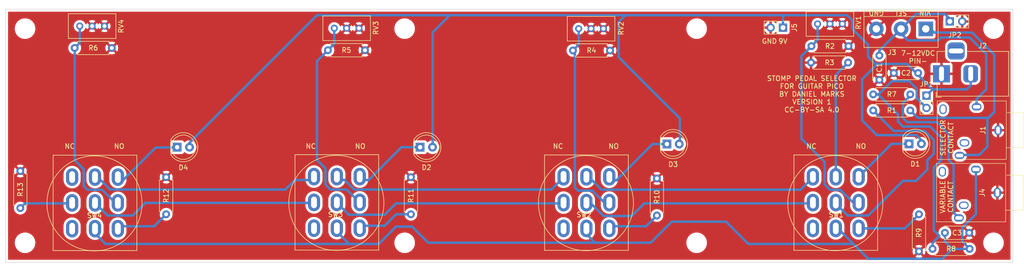
<source format=kicad_pcb>
(kicad_pcb (version 20211014) (generator pcbnew)
  (layers (0 "F.Cu" signal) (31 "B.Cu" signal) (34 "B.Paste" user) (35 "F.Paste" user) (36 "B.SilkS" user "B.Silkscreen") (37 "F.SilkS" user "F.Silkscreen") (38 "B.Mask" user) (39 "F.Mask" user) (44 "Edge.Cuts" user))
  (net 0 "")
  (net 1 "OUTVOLT")
  (net 2 "GND")
  (net 3 "Net-(D1-Pad1)")
  (net 4 "+9V")
  (net 5 "Net-(J1-PadS1)")
  (net 9 "INVOLT")
  (net 10 "Net-(R2-Pad2)")
  (net 11 "Net-(R3-Pad1)")
  (net 13 "Net-(D3-Pad1)")
  (net 14 "Net-(R4-Pad2)")
  (net 15 "Net-(SW1-Pad2A)")
  (net 17 "Net-(J4-PadS1)")
  (net 19 "Net-(SW4-Pad1P)")
  (net 20 "Net-(D2-Pad1)")
  (net 21 "Net-(R5-Pad2)")
  (net 24 "Net-(SW1-Pad1B)")
  (net 25 "Net-(SW2-Pad2A)")
  (net 26 "Net-(SW2-Pad3A)")
  (net 27 "Net-(D4-Pad1)")
  (net 28 "Net-(R6-Pad2)")
  (net 29 "Net-(SW3-Pad2A)")
  (net 31 "Net-(SW2-Pad1B)")
  (net 32 "Net-(SW3-Pad1B)")
  (net 33 "Net-(SW3-Pad3A)")
  (net 35 "Net-(SW1-Pad3A)")
  (net 36 "Net-(SW4-Pad1B)")
  (net 37 "Net-(R7-Pad1)")
  (net 38 "Net-(SW4-Pad2A)")
  (footprint "Connector_PinHeader_2.54mm:PinHeader_1x02_P2.54mm_Vertical" (layer "F.Cu") (at 240.025 64.516 90)
    (fp_text reference "JP2" (at -2.794 1.021 180) (layer "F.SilkS"))
    (fp_text value "TESTVOLTS")
    (pad "1" thru_hole rect (at 0 0 90) (size 1.7 1.7) (drill 1) (layers *.Cu *.Mask) (net 1 "OUTVOLT"))
    (pad "2" thru_hole oval (at 0 2.54 90) (size 1.7 1.7) (drill 1) (layers *.Cu *.Mask) (net 2 "GND"))
  )
  (footprint "Resistor_THT:R_Axial_DIN0207_L6.3mm_D2.5mm_P7.62mm_Horizontal" (layer "F.Cu") (at 231.902 82.804 180)
    (fp_text reference "R1" (at 3.81 0) (layer "F.SilkS"))
    (fp_text value "10k")
    (pad "1" thru_hole circle (at 0 0 180) (size 1.6 1.6) (drill 0.8) (layers *.Cu *.Mask) (net 5 "Net-(J1-PadS1)"))
    (pad "2" thru_hole oval (at 7.62 0 180) (size 1.6 1.6) (drill 0.8) (layers *.Cu *.Mask) (net 9 "INVOLT"))
  )
  (footprint "MountingHole:MountingHole_3.2mm_M3" (layer "F.Cu") (at 128 66)
    (fp_text reference "H8" hide)
    (fp_text value "MountingHole")
    (pad "" np_thru_hole circle (at 0 0) (size 3.2 3.2) (drill 3.2) (layers *.Cu *.Mask))
  )
  (footprint "Resistor_THT:R_Axial_DIN0207_L6.3mm_D2.5mm_P7.62mm_Horizontal" (layer "F.Cu") (at 179.832 96.774 -90)
    (fp_text reference "R10" (at 3.81 0 90) (layer "F.SilkS"))
    (fp_text value "10k")
    (pad "1" thru_hole circle (at 0 0 270) (size 1.6 1.6) (drill 0.8) (layers *.Cu *.Mask) (net 2 "GND"))
    (pad "2" thru_hole oval (at 7.62 0 270) (size 1.6 1.6) (drill 0.8) (layers *.Cu *.Mask) (net 31 "Net-(SW2-Pad1B)"))
  )
  (footprint "Potentiometer_THT:Potentiometer_Bourns_3296W_Vertical" (layer "F.Cu") (at 118.62 65.91)
    (fp_text reference "RV3" (at 3.46 -0.05 90) (layer "F.SilkS"))
    (fp_text value "10k")
    (pad "1" thru_hole circle (at 0 0) (size 1.44 1.44) (drill 0.8) (layers *.Cu *.Mask) (net 2 "GND"))
    (pad "2" thru_hole circle (at -2.54 0) (size 1.44 1.44) (drill 0.8) (layers *.Cu *.Mask) (net 2 "GND"))
    (pad "3" thru_hole circle (at -5.08 0) (size 1.44 1.44) (drill 0.8) (layers *.Cu *.Mask) (net 21 "Net-(R5-Pad2)"))
  )
  (footprint "StompBox:PJ-3240-35mm-stereo" (layer "F.Cu") (at 251.63 86.86 -90)
    (fp_text reference "J1" (at 0 4.8 90) (layer "F.SilkS"))
    (fp_text value "AudioJack2_Dual_Ground_Switch")
    (pad "G" thru_hole oval (at 0 1.7 270) (size 2 1.5) (drill oval 1.5 0.75) (layers *.Cu *.Mask) (net 2 "GND"))
    (pad "S1" thru_hole oval (at 5.2 9.6 270) (size 1.5 2) (drill oval 0.75 1.5) (layers *.Cu *.Mask) (net 5 "Net-(J1-PadS1)"))
    (pad "SN1" thru_hole oval (at 2.6 8.6 270) (size 1.5 2) (drill oval 1 1.5) (layers *.Cu *.Mask))
    (pad "T1" thru_hole oval (at -4.8 6.1 270) (size 1.5 2) (drill oval 0.75 1.5) (layers *.Cu *.Mask) (net 1 "OUTVOLT"))
    (pad "TN1" thru_hole oval (at -4.3 13 270) (size 2 1.5) (drill oval 1.5 1) (layers *.Cu *.Mask))
  )
  (footprint "LED_THT:LED_D5.0mm" (layer "F.Cu") (at 181.882 89.71)
    (fp_text reference "D3" (at 1.29 4.18) (layer "F.SilkS"))
    (fp_text value "LED")
    (pad "1" thru_hole rect (at 0 0) (size 1.8 1.8) (drill 0.9) (layers *.Cu *.Mask) (net 13 "Net-(D3-Pad1)"))
    (pad "2" thru_hole circle (at 2.54 0) (size 1.8 1.8) (drill 0.9) (layers *.Cu *.Mask) (net 4 "+9V"))
  )
  (footprint "TerminalBlock:TerminalBlock_bornier-3_P5.08mm" (layer "F.Cu") (at 235.08 66.04 180)
    (fp_text reference "J3" (at 6.918 -4.85) (layer "F.SilkS"))
    (fp_text value "Conn_01x03")
    (pad "1" thru_hole rect (at 0 0 180) (size 3 3) (drill 1.52) (layers *.Cu *.Mask) (net 5 "Net-(J1-PadS1)"))
    (pad "2" thru_hole circle (at 5.08 0 180) (size 3 3) (drill 1.52) (layers *.Cu *.Mask) (net 1 "OUTVOLT"))
    (pad "3" thru_hole circle (at 10.16 0 180) (size 3 3) (drill 1.52) (layers *.Cu *.Mask) (net 2 "GND"))
  )
  (footprint "Resistor_THT:R_Axial_DIN0207_L6.3mm_D2.5mm_P7.62mm_Horizontal" (layer "F.Cu") (at 219.122 72.97 180)
    (fp_text reference "R3" (at 3.81 0) (layer "F.SilkS"))
    (fp_text value "1k")
    (pad "1" thru_hole circle (at 0 0 180) (size 1.6 1.6) (drill 0.8) (layers *.Cu *.Mask) (net 11 "Net-(R3-Pad1)"))
    (pad "2" thru_hole oval (at 7.62 0 180) (size 1.6 1.6) (drill 0.8) (layers *.Cu *.Mask) (net 2 "GND"))
  )
  (footprint "StompBox:ThreeWayStompBoxSwitch" (layer "F.Cu") (at 64.37 101.8 180)
    (fp_text reference "SW4" (at 0.108 -2.594 unlocked) (layer "F.SilkS"))
    (fp_text value "ThreeWayStompBox")
    (pad "1A" thru_hole oval (at 4.7 -5.3 180) (size 2.5 3.6) (drill oval 1.2 2.4) (layers *.Cu *.Mask))
    (pad "1B" thru_hole oval (at -4.7 -5.3 180) (size 2.5 3.6) (drill oval 1.2 2.4) (layers *.Cu *.Mask) (net 36 "Net-(SW4-Pad1B)"))
    (pad "1P" thru_hole oval (at 0 -5.3 180) (size 2.5 3.6) (drill oval 1.2 2.4) (layers *.Cu *.Mask) (net 19 "Net-(SW4-Pad1P)"))
    (pad "2A" thru_hole oval (at 4.7 0 180) (size 2.5 3.6) (drill oval 1.2 2.4) (layers *.Cu *.Mask) (net 38 "Net-(SW4-Pad2A)"))
    (pad "2B" thru_hole oval (at -4.7 0 180) (size 2.5 3.6) (drill oval 1.2 2.4) (layers *.Cu *.Mask) (net 28 "Net-(R6-Pad2)"))
    (pad "2P" thru_hole oval (at 0 0 180) (size 2.5 3.6) (drill oval 1.2 2.4) (layers *.Cu *.Mask) (net 29 "Net-(SW3-Pad2A)"))
    (pad "3A" thru_hole oval (at 4.7 5.3 180) (size 2.5 3.6) (drill oval 1.2 2.4) (layers *.Cu *.Mask))
    (pad "3B" thru_hole oval (at -4.7 5.3 180) (size 2.5 3.6) (drill oval 1.2 2.4) (layers *.Cu *.Mask) (net 27 "Net-(D4-Pad1)"))
    (pad "3P" thru_hole oval (at 0 5.3 180) (size 2.5 3.6) (drill oval 1.2 2.4) (layers *.Cu *.Mask) (net 33 "Net-(SW3-Pad3A)"))
  )
  (footprint "Resistor_THT:R_Axial_DIN0207_L6.3mm_D2.5mm_P7.62mm_Horizontal" (layer "F.Cu") (at 236.474 111.252)
    (fp_text reference "R8" (at 3.81 0) (layer "F.SilkS"))
    (fp_text value "10k")
    (pad "1" thru_hole circle (at 0 0) (size 1.6 1.6) (drill 0.8) (layers *.Cu *.Mask) (net 37 "Net-(R7-Pad1)"))
    (pad "2" thru_hole oval (at 7.62 0) (size 1.6 1.6) (drill 0.8) (layers *.Cu *.Mask) (net 19 "Net-(SW4-Pad1P)"))
  )
  (footprint "Potentiometer_THT:Potentiometer_Bourns_3296W_Vertical" (layer "F.Cu") (at 217.932 65.024)
    (fp_text reference "RV1" (at 3.302 -0.254 90) (layer "F.SilkS"))
    (fp_text value "10k")
    (pad "1" thru_hole circle (at 0 0) (size 1.44 1.44) (drill 0.8) (layers *.Cu *.Mask) (net 2 "GND"))
    (pad "2" thru_hole circle (at -2.54 0) (size 1.44 1.44) (drill 0.8) (layers *.Cu *.Mask) (net 2 "GND"))
    (pad "3" thru_hole circle (at -5.08 0) (size 1.44 1.44) (drill 0.8) (layers *.Cu *.Mask) (net 10 "Net-(R2-Pad2)"))
  )
  (footprint "MountingHole:MountingHole_3.2mm_M3" (layer "F.Cu") (at 128 110)
    (fp_text reference "H6" hide)
    (fp_text value "MountingHole")
    (pad "" np_thru_hole circle (at 0 0) (size 3.2 3.2) (drill 3.2) (layers *.Cu *.Mask))
  )
  (footprint "MountingHole:MountingHole_3.2mm_M3" (layer "F.Cu") (at 50 110)
    (fp_text reference "H4" hide)
    (fp_text value "MountingHole")
    (pad "" np_thru_hole circle (at 0 0) (size 3.2 3.2) (drill 3.2) (layers *.Cu *.Mask))
  )
  (footprint "Connector_BarrelJack:BarrelJack_Horizontal" (layer "F.Cu") (at 238.31 75.28 180)
    (fp_text reference "J2" (at -8.45 5.75) (layer "F.SilkS"))
    (fp_text value "Barrel_Jack_Switch")
    (pad "1" thru_hole rect (at 0 0 180) (size 3.5 3.5) (drill oval 1 3) (layers *.Cu *.Mask) (net 2 "GND"))
    (pad "2" thru_hole roundrect (at -6 0 180) (size 3 3.5) (drill oval 1 3) (layers *.Cu *.Mask) (net 4 "+9V"))
    (pad "3" thru_hole roundrect (at -3 4.7 180) (size 3.5 3.5) (drill oval 3 1) (layers *.Cu *.Mask))
  )
  (footprint "StompBox:ThreeWayStompBoxSwitch" (layer "F.Cu") (at 165.352 101.746354 180)
    (fp_text reference "SW2" (at 0.5 -2.493646 unlocked) (layer "F.SilkS"))
    (fp_text value "ThreeWayStompBox")
    (pad "1A" thru_hole oval (at 4.7 -5.3 180) (size 2.5 3.6) (drill oval 1.2 2.4) (layers *.Cu *.Mask))
    (pad "1B" thru_hole oval (at -4.7 -5.3 180) (size 2.5 3.6) (drill oval 1.2 2.4) (layers *.Cu *.Mask) (net 31 "Net-(SW2-Pad1B)"))
    (pad "1P" thru_hole oval (at 0 -5.3 180) (size 2.5 3.6) (drill oval 1.2 2.4) (layers *.Cu *.Mask) (net 19 "Net-(SW4-Pad1P)"))
    (pad "2A" thru_hole oval (at 4.7 0 180) (size 2.5 3.6) (drill oval 1.2 2.4) (layers *.Cu *.Mask) (net 25 "Net-(SW2-Pad2A)"))
    (pad "2B" thru_hole oval (at -4.7 0 180) (size 2.5 3.6) (drill oval 1.2 2.4) (layers *.Cu *.Mask) (net 14 "Net-(R4-Pad2)"))
    (pad "2P" thru_hole oval (at 0 0 180) (size 2.5 3.6) (drill oval 1.2 2.4) (layers *.Cu *.Mask) (net 15 "Net-(SW1-Pad2A)"))
    (pad "3A" thru_hole oval (at 4.7 5.3 180) (size 2.5 3.6) (drill oval 1.2 2.4) (layers *.Cu *.Mask) (net 26 "Net-(SW2-Pad3A)"))
    (pad "3B" thru_hole oval (at -4.7 5.3 180) (size 2.5 3.6) (drill oval 1.2 2.4) (layers *.Cu *.Mask) (net 13 "Net-(D3-Pad1)"))
    (pad "3P" thru_hole oval (at 0 5.3 180) (size 2.5 3.6) (drill oval 1.2 2.4) (layers *.Cu *.Mask) (net 35 "Net-(SW1-Pad3A)"))
  )
  (footprint "Resistor_THT:R_Axial_DIN0207_L6.3mm_D2.5mm_P7.62mm_Horizontal" (layer "F.Cu") (at 49.022 95.25 -90)
    (fp_text reference "R13" (at 3.81 0 90) (layer "F.SilkS"))
    (fp_text value "10k")
    (pad "1" thru_hole circle (at 0 0 270) (size 1.6 1.6) (drill 0.8) (layers *.Cu *.Mask) (net 2 "GND"))
    (pad "2" thru_hole oval (at 7.62 0 270) (size 1.6 1.6) (drill 0.8) (layers *.Cu *.Mask) (net 38 "Net-(SW4-Pad2A)"))
  )
  (footprint "Resistor_THT:R_Axial_DIN0207_L6.3mm_D2.5mm_P7.62mm_Horizontal" (layer "F.Cu") (at 129.286 96.52 -90)
    (fp_text reference "R11" (at 3.81 0 90) (layer "F.SilkS"))
    (fp_text value "10k")
    (pad "1" thru_hole circle (at 0 0 270) (size 1.6 1.6) (drill 0.8) (layers *.Cu *.Mask) (net 2 "GND"))
    (pad "2" thru_hole oval (at 7.62 0 270) (size 1.6 1.6) (drill 0.8) (layers *.Cu *.Mask) (net 32 "Net-(SW3-Pad1B)"))
  )
  (footprint "Connector_PinHeader_2.54mm:PinHeader_1x02_P2.54mm_Vertical" (layer "F.Cu") (at 235.232 79.75)
    (fp_text reference "JP1" (at 0 -2.33) (layer "F.SilkS"))
    (fp_text value "IP")
    (pad "1" thru_hole rect (at 0 0) (size 1.7 1.7) (drill 1) (layers *.Cu *.Mask) (net 4 "+9V"))
    (pad "2" thru_hole oval (at 0 2.54) (size 1.7 1.7) (drill 1) (layers *.Cu *.Mask) (net 37 "Net-(R7-Pad1)"))
  )
  (footprint "MountingHole:MountingHole_3.2mm_M3" (layer "F.Cu") (at 188 110)
    (fp_text reference "H5" hide)
    (fp_text value "MountingHole")
    (pad "" np_thru_hole circle (at 0 0) (size 3.2 3.2) (drill 3.2) (layers *.Cu *.Mask))
  )
  (footprint "StompBox:PJ-3240-35mm-stereo" (layer "F.Cu") (at 251.49 99.7 -90)
    (fp_text reference "J4" (at 0 4.8 90) (layer "F.SilkS"))
    (fp_text value "AudioJack2_Dual_Ground_Switch")
    (pad "G" thru_hole oval (at 0 1.7 270) (size 2 1.5) (drill oval 1.5 0.75) (layers *.Cu *.Mask) (net 2 "GND"))
    (pad "S1" thru_hole oval (at 5.2 9.6 270) (size 1.5 2) (drill oval 0.75 1.5) (layers *.Cu *.Mask) (net 17 "Net-(J4-PadS1)"))
    (pad "SN1" thru_hole oval (at 2.6 8.6 270) (size 1.5 2) (drill oval 1 1.5) (layers *.Cu *.Mask))
    (pad "T1" thru_hole oval (at -4.8 6.1 270) (size 1.5 2) (drill oval 0.75 1.5) (layers *.Cu *.Mask) (net 19 "Net-(SW4-Pad1P)"))
    (pad "TN1" thru_hole oval (at -4.3 13 270) (size 2 1.5) (drill oval 1.5 1) (layers *.Cu *.Mask))
  )
  (footprint "Potentiometer_THT:Potentiometer_Bourns_3296W_Vertical" (layer "F.Cu") (at 168.84 66)
    (fp_text reference "RV2" (at 3.63 -0.06 90) (layer "F.SilkS"))
    (fp_text value "10k")
    (pad "1" thru_hole circle (at 0 0) (size 1.44 1.44) (drill 0.8) (layers *.Cu *.Mask) (net 2 "GND"))
    (pad "2" thru_hole circle (at -2.54 0) (size 1.44 1.44) (drill 0.8) (layers *.Cu *.Mask) (net 2 "GND"))
    (pad "3" thru_hole circle (at -5.08 0) (size 1.44 1.44) (drill 0.8) (layers *.Cu *.Mask) (net 14 "Net-(R4-Pad2)"))
  )
  (footprint "LED_THT:LED_D5.0mm" (layer "F.Cu") (at 131.182 90.36)
    (fp_text reference "D2" (at 1.31 4.17) (layer "F.SilkS"))
    (fp_text value "LED")
    (pad "1" thru_hole rect (at 0 0) (size 1.8 1.8) (drill 0.9) (layers *.Cu *.Mask) (net 20 "Net-(D2-Pad1)"))
    (pad "2" thru_hole circle (at 2.54 0) (size 1.8 1.8) (drill 0.9) (layers *.Cu *.Mask) (net 4 "+9V"))
  )
  (footprint "Resistor_THT:R_Axial_DIN0207_L6.3mm_D2.5mm_P7.62mm_Horizontal" (layer "F.Cu") (at 233.68 111.76 90)
    (fp_text reference "R9" (at 3.81 0 90) (layer "F.SilkS"))
    (fp_text value "10k")
    (pad "1" thru_hole circle (at 0 0 90) (size 1.6 1.6) (drill 0.8) (layers *.Cu *.Mask) (net 2 "GND"))
    (pad "2" thru_hole oval (at 7.62 0 90) (size 1.6 1.6) (drill 0.8) (layers *.Cu *.Mask) (net 24 "Net-(SW1-Pad1B)"))
  )
  (footprint "Capacitor_THT:C_Disc_D5.0mm_W2.5mm_P5.00mm" (layer "F.Cu") (at 225.542 71.51 -90)
    (fp_text reference "C1" (at 2.5 0 -270) (layer "F.SilkS"))
    (fp_text value "100 nF")
    (pad "1" thru_hole circle (at 0 0 270) (size 1.6 1.6) (drill 0.8) (layers *.Cu *.Mask) (net 1 "OUTVOLT"))
    (pad "2" thru_hole circle (at 5 0 270) (size 1.6 1.6) (drill 0.8) (layers *.Cu *.Mask) (net 2 "GND"))
  )
  (footprint "Resistor_THT:R_Axial_DIN0207_L6.3mm_D2.5mm_P7.62mm_Horizontal" (layer "F.Cu") (at 119.85 70.43 180)
    (fp_text reference "R5" (at 3.81 0) (layer "F.SilkS"))
    (fp_text value "10k")
    (pad "1" thru_hole circle (at 0 0 180) (size 1.6 1.6) (drill 0.8) (layers *.Cu *.Mask) (net 2 "GND"))
    (pad "2" thru_hole oval (at 7.62 0 180) (size 1.6 1.6) (drill 0.8) (layers *.Cu *.Mask) (net 21 "Net-(R5-Pad2)"))
  )
  (footprint "LED_THT:LED_D5.0mm" (layer "F.Cu") (at 231.648 89.662)
    (fp_text reference "D1" (at 1.27 4.14) (layer "F.SilkS"))
    (fp_text value "LED")
    (pad "1" thru_hole rect (at 0 0) (size 1.8 1.8) (drill 0.9) (layers *.Cu *.Mask) (net 3 "Net-(D1-Pad1)"))
    (pad "2" thru_hole circle (at 2.54 0) (size 1.8 1.8) (drill 0.9) (layers *.Cu *.Mask) (net 4 "+9V"))
  )
  (footprint "StompBox:ThreeWayStompBoxSwitch" (layer "F.Cu") (at 216.592 101.746354 180)
    (fp_text reference "SW1" (at -0.07 -2.5 unlocked) (layer "F.SilkS"))
    (fp_text value "ThreeWayStompBox")
    (pad "1A" thru_hole oval (at 4.7 -5.3 180) (size 2.5 3.6) (drill oval 1.2 2.4) (layers *.Cu *.Mask))
    (pad "1B" thru_hole oval (at -4.7 -5.3 180) (size 2.5 3.6) (drill oval 1.2 2.4) (layers *.Cu *.Mask) (net 24 "Net-(SW1-Pad1B)"))
    (pad "1P" thru_hole oval (at 0 -5.3 180) (size 2.5 3.6) (drill oval 1.2 2.4) (layers *.Cu *.Mask) (net 19 "Net-(SW4-Pad1P)"))
    (pad "2A" thru_hole oval (at 4.7 0 180) (size 2.5 3.6) (drill oval 1.2 2.4) (layers *.Cu *.Mask) (net 15 "Net-(SW1-Pad2A)"))
    (pad "2B" thru_hole oval (at -4.7 0 180) (size 2.5 3.6) (drill oval 1.2 2.4) (layers *.Cu *.Mask) (net 10 "Net-(R2-Pad2)"))
    (pad "2P" thru_hole oval (at 0 0 180) (size 2.5 3.6) (drill oval 1.2 2.4) (layers *.Cu *.Mask) (net 9 "INVOLT"))
    (pad "3A" thru_hole oval (at 4.7 5.3 180) (size 2.5 3.6) (drill oval 1.2 2.4) (layers *.Cu *.Mask) (net 35 "Net-(SW1-Pad3A)"))
    (pad "3B" thru_hole oval (at -4.7 5.3 180) (size 2.5 3.6) (drill oval 1.2 2.4) (layers *.Cu *.Mask) (net 3 "Net-(D1-Pad1)"))
    (pad "3P" thru_hole oval (at 0 5.3 180) (size 2.5 3.6) (drill oval 1.2 2.4) (layers *.Cu *.Mask) (net 11 "Net-(R3-Pad1)"))
  )
  (footprint "StompBox:ThreeWayStompBoxSwitch" (layer "F.Cu") (at 114.07 101.7 180)
    (fp_text reference "SW3" (at 0.278 -2.5 unlocked) (layer "F.SilkS"))
    (fp_text value "ThreeWayStompBox")
    (pad "1A" thru_hole oval (at 4.7 -5.3 180) (size 2.5 3.6) (drill oval 1.2 2.4) (layers *.Cu *.Mask))
    (pad "1B" thru_hole oval (at -4.7 -5.3 180) (size 2.5 3.6) (drill oval 1.2 2.4) (layers *.Cu *.Mask) (net 32 "Net-(SW3-Pad1B)"))
    (pad "1P" thru_hole oval (at 0 -5.3 180) (size 2.5 3.6) (drill oval 1.2 2.4) (layers *.Cu *.Mask) (net 19 "Net-(SW4-Pad1P)"))
    (pad "2A" thru_hole oval (at 4.7 0 180) (size 2.5 3.6) (drill oval 1.2 2.4) (layers *.Cu *.Mask) (net 29 "Net-(SW3-Pad2A)"))
    (pad "2B" thru_hole oval (at -4.7 0 180) (size 2.5 3.6) (drill oval 1.2 2.4) (layers *.Cu *.Mask) (net 21 "Net-(R5-Pad2)"))
    (pad "2P" thru_hole oval (at 0 0 180) (size 2.5 3.6) (drill oval 1.2 2.4) (layers *.Cu *.Mask) (net 25 "Net-(SW2-Pad2A)"))
    (pad "3A" thru_hole oval (at 4.7 5.3 180) (size 2.5 3.6) (drill oval 1.2 2.4) (layers *.Cu *.Mask) (net 33 "Net-(SW3-Pad3A)"))
    (pad "3B" thru_hole oval (at -4.7 5.3 180) (size 2.5 3.6) (drill oval 1.2 2.4) (layers *.Cu *.Mask) (net 20 "Net-(D2-Pad1)"))
    (pad "3P" thru_hole oval (at 0 5.3 180) (size 2.5 3.6) (drill oval 1.2 2.4) (layers *.Cu *.Mask) (net 26 "Net-(SW2-Pad3A)"))
  )
  (footprint "Resistor_THT:R_Axial_DIN0207_L6.3mm_D2.5mm_P7.62mm_Horizontal" (layer "F.Cu") (at 67.82 69.97 180)
    (fp_text reference "R6" (at 3.81 0) (layer "F.SilkS"))
    (fp_text value "10k")
    (pad "1" thru_hole circle (at 0 0 180) (size 1.6 1.6) (drill 0.8) (layers *.Cu *.Mask) (net 2 "GND"))
    (pad "2" thru_hole oval (at 7.62 0 180) (size 1.6 1.6) (drill 0.8) (layers *.Cu *.Mask) (net 28 "Net-(R6-Pad2)"))
  )
  (footprint "Connector_PinHeader_2.54mm:PinHeader_1x02_P2.54mm_Vertical" (layer "F.Cu") (at 205.74 65.786 -90)
    (fp_text reference "J5" (at 0 -2.33 90) (layer "F.SilkS"))
    (fp_text value "BATT")
    (pad "1" thru_hole rect (at 0 0 270) (size 1.7 1.7) (drill 1) (layers *.Cu *.Mask) (net 4 "+9V"))
    (pad "2" thru_hole oval (at 0 2.54 270) (size 1.7 1.7) (drill 1) (layers *.Cu *.Mask) (net 2 "GND"))
  )
  (footprint "MountingHole:MountingHole_3.2mm_M3" (layer "F.Cu") (at 188 66)
    (fp_text reference "H7" hide)
    (fp_text value "MountingHole")
    (pad "" np_thru_hole circle (at 0 0) (size 3.2 3.2) (drill 3.2) (layers *.Cu *.Mask))
  )
  (footprint "LED_THT:LED_D5.0mm" (layer "F.Cu") (at 81.257 90.36)
    (fp_text reference "D4" (at 1.27 4.18) (layer "F.SilkS"))
    (fp_text value "LED")
    (pad "1" thru_hole rect (at 0 0) (size 1.8 1.8) (drill 0.9) (layers *.Cu *.Mask) (net 27 "Net-(D4-Pad1)"))
    (pad "2" thru_hole circle (at 2.54 0) (size 1.8 1.8) (drill 0.9) (layers *.Cu *.Mask) (net 4 "+9V"))
  )
  (footprint "Capacitor_THT:C_Disc_D5.0mm_W2.5mm_P5.00mm" (layer "F.Cu") (at 233.512 75.12 180)
    (fp_text reference "C2" (at 2.5 0) (layer "F.SilkS"))
    (fp_text value "100 nF")
    (pad "1" thru_hole circle (at 0 0 180) (size 1.6 1.6) (drill 0.8) (layers *.Cu *.Mask) (net 4 "+9V"))
    (pad "2" thru_hole circle (at 5 0 180) (size 1.6 1.6) (drill 0.8) (layers *.Cu *.Mask) (net 2 "GND"))
  )
  (footprint "Capacitor_THT:C_Disc_D5.0mm_W2.5mm_P5.00mm" (layer "F.Cu") (at 239.014 107.95)
    (fp_text reference "C3" (at 2.5 0) (layer "F.SilkS"))
    (fp_text value "100 nF")
    (pad "1" thru_hole circle (at 0 0) (size 1.6 1.6) (drill 0.8) (layers *.Cu *.Mask) (net 19 "Net-(SW4-Pad1P)"))
    (pad "2" thru_hole circle (at 5 0) (size 1.6 1.6) (drill 0.8) (layers *.Cu *.Mask) (net 2 "GND"))
  )
  (footprint "Resistor_THT:R_Axial_DIN0207_L6.3mm_D2.5mm_P7.62mm_Horizontal" (layer "F.Cu") (at 219.202 69.596 180)
    (fp_text reference "R2" (at 3.81 0) (layer "F.SilkS"))
    (fp_text value "10k")
    (pad "1" thru_hole circle (at 0 0 180) (size 1.6 1.6) (drill 0.8) (layers *.Cu *.Mask) (net 2 "GND"))
    (pad "2" thru_hole oval (at 7.62 0 180) (size 1.6 1.6) (drill 0.8) (layers *.Cu *.Mask) (net 10 "Net-(R2-Pad2)"))
  )
  (footprint "MountingHole:MountingHole_3.2mm_M3" (layer "F.Cu") (at 50 66)
    (fp_text reference "H3" hide)
    (fp_text value "MountingHole")
    (pad "" np_thru_hole circle (at 0 0) (size 3.2 3.2) (drill 3.2) (layers *.Cu *.Mask))
  )
  (footprint "Resistor_THT:R_Axial_DIN0207_L6.3mm_D2.5mm_P7.62mm_Horizontal" (layer "F.Cu") (at 78.994 96.52 -90)
    (fp_text reference "R12" (at 3.81 0 90) (layer "F.SilkS"))
    (fp_text value "10k")
    (pad "1" thru_hole circle (at 0 0 270) (size 1.6 1.6) (drill 0.8) (layers *.Cu *.Mask) (net 2 "GND"))
    (pad "2" thru_hole oval (at 7.62 0 270) (size 1.6 1.6) (drill 0.8) (layers *.Cu *.Mask) (net 36 "Net-(SW4-Pad1B)"))
  )
  (footprint "Resistor_THT:R_Axial_DIN0207_L6.3mm_D2.5mm_P7.62mm_Horizontal" (layer "F.Cu") (at 170.2 70.48 180)
    (fp_text reference "R4" (at 3.81 0) (layer "F.SilkS"))
    (fp_text value "10k")
    (pad "1" thru_hole circle (at 0 0 180) (size 1.6 1.6) (drill 0.8) (layers *.Cu *.Mask) (net 2 "GND"))
    (pad "2" thru_hole oval (at 7.62 0 180) (size 1.6 1.6) (drill 0.8) (layers *.Cu *.Mask) (net 14 "Net-(R4-Pad2)"))
  )
  (footprint "Potentiometer_THT:Potentiometer_Bourns_3296W_Vertical" (layer "F.Cu") (at 66.32 65.47)
    (fp_text reference "RV4" (at 3.42 0.04 90) (layer "F.SilkS"))
    (fp_text value "10k")
    (pad "1" thru_hole circle (at 0 0) (size 1.44 1.44) (drill 0.8) (layers *.Cu *.Mask) (net 2 "GND"))
    (pad "2" thru_hole circle (at -2.54 0) (size 1.44 1.44) (drill 0.8) (layers *.Cu *.Mask) (net 2 "GND"))
    (pad "3" thru_hole circle (at -5.08 0) (size 1.44 1.44) (drill 0.8) (layers *.Cu *.Mask) (net 28 "Net-(R6-Pad2)"))
  )
  (footprint "Resistor_THT:R_Axial_DIN0207_L6.3mm_D2.5mm_P7.62mm_Horizontal" (layer "F.Cu") (at 224.282 79.502)
    (fp_text reference "R7" (at 3.81 0) (layer "F.SilkS"))
    (fp_text value "10k")
    (pad "1" thru_hole circle (at 0 0) (size 1.6 1.6) (drill 0.8) (layers *.Cu *.Mask) (net 37 "Net-(R7-Pad1)"))
    (pad "2" thru_hole oval (at 7.62 0) (size 1.6 1.6) (drill 0.8) (layers *.Cu *.Mask) (net 17 "Net-(J4-PadS1)"))
  )
  (footprint "MountingHole:MountingHole_3.2mm_M3" (layer "F.Cu") (at 249 66)
    (fp_text reference "H1" hide)
    (fp_text value "MountingHole")
    (pad "" np_thru_hole circle (at 0 0) (size 3.2 3.2) (drill 3.2) (layers *.Cu *.Mask))
  )
  (footprint "MountingHole:MountingHole_3.2mm_M3" (layer "F.Cu") (at 249 110)
    (fp_text reference "H2" hide)
    (fp_text value "MountingHole")
    (pad "" np_thru_hole circle (at 0 0) (size 3.2 3.2) (drill 3.2) (layers *.Cu *.Mask))
  )
  (gr_line (start 253 62) (end 253 114) (layer "Edge.Cuts") (width 0.1))
  (gr_line (start 46 62) (end 253 62) (layer "Edge.Cuts") (width 0.1))
  (gr_line (start 46 114) (end 46 62) (layer "Edge.Cuts") (width 0.1))
  (gr_line (start 253 114) (end 46 114) (layer "Edge.Cuts") (width 0.1))
  (gr_text "NC" (at 211.582 90.17) (layer "F.SilkS") (effects (font (size 1 1))))
  (gr_text "NO" (at 69.342 90.17) (layer "F.SilkS") (effects (font (size 1 1))))
  (gr_text "VIN" (at 234.912 62.76 180) (layer "F.SilkS") (effects (font (size 1 1))))
  (gr_text "SEL" (at 229.892 62.76 180) (layer "F.SilkS") (effects (font (size 1 1))))
  (gr_text "SELECTOR\nCONTACT" (at 239.432 88.41 90) (layer "F.SilkS") (effects (font (size 1 1))))
  (gr_text "NC" (at 59.182 90.17) (layer "F.SilkS") (effects (font (size 1 1))))
  (gr_text "9V" (at 205.74 68.58) (layer "F.SilkS") (effects (font (size 1 1))))
  (gr_text "NO" (at 170.942 90.17) (layer "F.SilkS") (effects (font (size 1 1))))
  (gr_text "NC" (at 159.512 90.17) (layer "F.SilkS") (effects (font (size 1 1))))
  (gr_text "NO" (at 118.872 90.17) (layer "F.SilkS") (effects (font (size 1 1))))
  (gr_text "7-12VDC\nPIN-" (at 233.492 71.86) (layer "F.SilkS") (effects (font (size 1 1))))
  (gr_text "GND" (at 202.946 68.58) (layer "F.SilkS") (effects (font (size 1 1))))
  (gr_text "VARIABLE\nCONTACT" (at 239.382 100.56 90) (layer "F.SilkS") (effects (font (size 1 1))))
  (gr_text "GND" (at 224.922 62.76 180) (layer "F.SilkS") (effects (font (size 1 1))))
  (gr_text "STOMP PEDAL SELECTOR\nFOR GUITAR PICO\nBY DANIEL MARKS\nVERSION 1\nCC-BY-SA 4.0\n" (at 211.672 79.45) (layer "F.SilkS") (effects (font (size 1 1))))
  (gr_text "NC" (at 108.712 90.17) (layer "F.SilkS") (effects (font (size 1 1))))
  (gr_text "NO" (at 221.742 90.17) (layer "F.SilkS") (effects (font (size 1 1))))
  (segment (start 245.52 82.05) (end 245.52 80.48) (width 0.5) (layer "B.Cu") (net 1))
  (segment (start 244.094 67.818) (end 238.162 67.818) (width 0.5) (layer "B.Cu") (net 1))
  (segment (start 237.58 68.4) (end 231.4 68.4) (width 0.5) (layer "B.Cu") (net 1))
  (segment (start 230 67) (end 230 66.04) (width 0.5) (layer "B.Cu") (net 1))
  (segment (start 245.53 82.06) (end 245.52 82.05) (width 0.5) (layer "B.Cu") (net 1))
  (segment (start 245.52 80.48) (end 247.5 78.5) (width 0.5) (layer "B.Cu") (net 1))
  (segment (start 240.025 64.516) (end 240.025 64.003) (width 0.5) (layer "B.Cu") (net 1))
  (segment (start 231.4 68.4) (end 230 67) (width 0.5) (layer "B.Cu") (net 1))
  (segment (start 239.014 62.992) (end 233.048 62.992) (width 0.5) (layer "B.Cu") (net 1))
  (segment (start 247.5 71.224) (end 244.094 67.818) (width 0.5) (layer "B.Cu") (net 1))
  (segment (start 247.5 78.5) (end 247.5 71.224) (width 0.5) (layer "B.Cu") (net 1))
  (segment (start 230 66.04) (end 225.542 70.498) (width 0.5) (layer "B.Cu") (net 1))
  (segment (start 238.162 67.818) (end 237.58 68.4) (width 0.5) (layer "B.Cu") (net 1))
  (segment (start 225.542 70.498) (end 225.542 71.51) (width 0.5) (layer "B.Cu") (net 1))
  (segment (start 233.048 62.992) (end 230 66.04) (width 0.5) (layer "B.Cu") (net 1))
  (segment (start 240.025 64.003) (end 239.014 62.992) (width 0.5) (layer "B.Cu") (net 1))
  (segment (start 228.076354 89.662) (end 221.292 96.446354) (width 0.5) (layer "B.Cu") (net 3))
  (segment (start 231.648 89.662) (end 228.076354 89.662) (width 0.5) (layer "B.Cu") (net 3))
  (segment (start 233.512 75.12) (end 233.122 75.12) (width 0.5) (layer "B.Cu") (net 4))
  (segment (start 219.964 66.04) (end 219.964 64.262) (width 0.5) (layer "B.Cu") (net 4))
  (segment (start 133.757 90.325) (end 133.757 66.765) (width 0.5) (layer "B.Cu") (net 4))
  (segment (start 109.982 63.246) (end 83.797 89.431) (width 0.5) (layer "B.Cu") (net 4))
  (segment (start 173.364 63.246) (end 173.296 63.314) (width 0.5) (layer "B.Cu") (net 4))
  (segment (start 221.996 84.836) (end 221.996 76.396) (width 0.5) (layer "B.Cu") (net 4))
  (segment (start 233.172 87.884) (end 225.044 87.884) (width 0.5) (layer "B.Cu") (net 4))
  (segment (start 244.31 77.69) (end 244.31 75.28) (width 0.5) (layer "B.Cu") (net 4))
  (segment (start 137.276 63.246) (end 109.982 63.246) (width 0.5) (layer "B.Cu") (net 4))
  (segment (start 205.74 63.5) (end 205.74 65.786) (width 0.5) (layer "B.Cu") (net 4))
  (segment (start 236.48 78.48) (end 236.468 78.48) (width 0.5) (layer "B.Cu") (net 4))
  (segment (start 184.557 84.431) (end 184.557 89.575) (width 0.5) (layer "B.Cu") (net 4))
  (segment (start 173.296 63.314) (end 171.958 64.652) (width 0.5) (layer "B.Cu") (net 4))
  (segment (start 236.48 78.48) (end 243.52 78.48) (width 0.5) (layer "B.Cu") (net 4))
  (segment (start 223.232 69.308) (end 219.964 66.04) (width 0.5) (layer "B.Cu") (net 4))
  (segment (start 233.122 75.12) (end 231.252 73.25) (width 0.5) (layer "B.Cu") (net 4))
  (segment (start 205.994 63.246) (end 205.74 63.5) (width 0.5) (layer "B.Cu") (net 4))
  (segment (start 171.958 71.832) (end 184.557 84.431) (width 0.5) (layer "B.Cu") (net 4))
  (segment (start 184.557 89.575) (end 184.422 89.71) (width 0.5) (layer "B.Cu") (net 4))
  (segment (start 225.044 87.884) (end 221.996 84.836) (width 0.5) (layer "B.Cu") (net 4))
  (segment (start 205.994 63.246) (end 173.364 63.246) (width 0.5) (layer "B.Cu") (net 4))
  (segment (start 83.797 89.431) (end 83.797 90.36) (width 0.5) (layer "B.Cu") (net 4))
  (segment (start 221.996 76.396) (end 225.142 73.25) (width 0.5) (layer "B.Cu") (net 4))
  (segment (start 234.188 88.9) (end 233.172 87.884) (width 0.5) (layer "B.Cu") (net 4))
  (segment (start 235.232 79.75) (end 235.232 79.728) (width 0.5) (layer "B.Cu") (net 4))
  (segment (start 171.958 64.652) (end 171.958 71.832) (width 0.5) (layer "B.Cu") (net 4))
  (segment (start 235.232 79.728) (end 236.48 78.48) (width 0.5) (layer "B.Cu") (net 4))
  (segment (start 234.188 89.662) (end 234.188 88.9) (width 0.5) (layer "B.Cu") (net 4))
  (segment (start 218.948 63.246) (end 205.994 63.246) (width 0.5) (layer "B.Cu") (net 4))
  (segment (start 231.252 73.25) (end 225.142 73.25) (width 0.5) (layer "B.Cu") (net 4))
  (segment (start 219.964 64.262) (end 218.948 63.246) (width 0.5) (layer "B.Cu") (net 4))
  (segment (start 223.232 71.79) (end 223.232 69.308) (width 0.5) (layer "B.Cu") (net 4))
  (segment (start 133.722 90.36) (end 133.757 90.325) (width 0.5) (layer "B.Cu") (net 4))
  (segment (start 225.142 73.25) (end 224.692 73.25) (width 0.5) (layer "B.Cu") (net 4))
  (segment (start 173.296 63.314) (end 173.228 63.246) (width 0.5) (layer "B.Cu") (net 4))
  (segment (start 133.757 66.765) (end 137.276 63.246) (width 0.5) (layer "B.Cu") (net 4))
  (segment (start 233.512 75.524) (end 233.512 75.12) (width 0.5) (layer "B.Cu") (net 4))
  (segment (start 224.692 73.25) (end 223.232 71.79) (width 0.5) (layer "B.Cu") (net 4))
  (segment (start 173.228 63.246) (end 137.276 63.246) (width 0.5) (layer "B.Cu") (net 4))
  (segment (start 243.52 78.48) (end 244.31 77.69) (width 0.5) (layer "B.Cu") (net 4))
  (segment (start 236.468 78.48) (end 233.512 75.524) (width 0.5) (layer "B.Cu") (net 4))
  (segment (start 247.735625 90.264375) (end 247.735625 84.534375) (width 0.5) (layer "B.Cu") (net 5))
  (segment (start 242.142 91.948) (end 246.052 91.948) (width 0.5) (layer "B.Cu") (net 5))
  (segment (start 236.802 66.802) (end 236.04 66.04) (width 0.5) (layer "B.Cu") (net 5))
  (segment (start 246.052 91.948) (end 247.735625 90.264375) (width 0.5) (layer "B.Cu") (net 5))
  (segment (start 249.17 71.37) (end 244.602 66.802) (width 0.5) (layer "B.Cu") (net 5))
  (segment (start 233.426 84.328) (end 247.942 84.328) (width 0.5) (layer "B.Cu") (net 5))
  (segment (start 249.066 83.204) (end 249.17 83.1) (width 0.5) (layer "B.Cu") (net 5))
  (segment (start 249.17 83.1) (end 249.17 71.37) (width 0.5) (layer "B.Cu") (net 5))
  (segment (start 236.04 66.04) (end 235.08 66.04) (width 0.5) (layer "B.Cu") (net 5))
  (segment (start 247.735625 84.534375) (end 249.066 83.204) (width 0.5) (layer "B.Cu") (net 5))
  (segment (start 242.03 92.06) (end 242.142 91.948) (width 0.5) (layer "B.Cu") (net 5))
  (segment (start 247.942 84.328) (end 249.066 83.204) (width 0.5) (layer "B.Cu") (net 5))
  (segment (start 244.602 66.802) (end 236.802 66.802) (width 0.5) (layer "B.Cu") (net 5))
  (segment (start 231.902 82.804) (end 233.426 84.328) (width 0.5) (layer "B.Cu") (net 5))
  (segment (start 233.08 97.282) (end 235.412 94.95) (width 0.5) (layer "B.Cu") (net 9))
  (segment (start 236.728 88.9) (end 234.838 87.01) (width 0.5) (layer "B.Cu") (net 9))
  (segment (start 219.03 104.39) (end 223.28 104.39) (width 0.5) (layer "B.Cu") (net 9))
  (segment (start 223.28 104.39) (end 230.388 97.282) (width 0.5) (layer "B.Cu") (net 9))
  (segment (start 235.412 94.95) (end 235.412 93.01) (width 0.5) (layer "B.Cu") (net 9))
  (segment (start 235.412 93.01) (end 236.728 91.694) (width 0.5) (layer "B.Cu") (net 9))
  (segment (start 234.838 87.01) (end 228.488 87.01) (width 0.5) (layer "B.Cu") (net 9))
  (segment (start 230.388 97.282) (end 233.08 97.282) (width 0.5) (layer "B.Cu") (net 9))
  (segment (start 236.728 91.694) (end 236.728 88.9) (width 0.5) (layer "B.Cu") (net 9))
  (segment (start 228.488 87.01) (end 224.282 82.804) (width 0.5) (layer "B.Cu") (net 9))
  (segment (start 216.54 101.9) (end 219.03 104.39) (width 0.5) (layer "B.Cu") (net 9))
  (segment (start 214.302 93.398) (end 214.302 98.01) (width 0.5) (layer "B.Cu") (net 10))
  (segment (start 217.542 99.13) (end 220.312 101.9) (width 0.5) (layer "B.Cu") (net 10))
  (segment (start 211.582 69.596) (end 209.532 71.646) (width 0.5) (layer "B.Cu") (net 10))
  (segment (start 209.532 88.628) (end 214.302 93.398) (width 0.5) (layer "B.Cu") (net 10))
  (segment (start 215.422 99.13) (end 217.542 99.13) (width 0.5) (layer "B.Cu") (net 10))
  (segment (start 212.852 65.024) (end 212.852 68.326) (width 0.5) (layer "B.Cu") (net 10))
  (segment (start 209.532 71.646) (end 209.532 88.628) (width 0.5) (layer "B.Cu") (net 10))
  (segment (start 214.302 98.01) (end 215.422 99.13) (width 0.5) (layer "B.Cu") (net 10))
  (segment (start 220.312 101.9) (end 221.84 101.9) (width 0.5) (layer "B.Cu") (net 10))
  (segment (start 212.852 68.326) (end 211.582 69.596) (width 0.5) (layer "B.Cu") (net 10))
  (segment (start 216.592 96.446354) (end 216.592 75.5) (width 0.5) (layer "B.Cu") (net 11))
  (segment (start 216.592 75.5) (end 219.122 72.97) (width 0.5) (layer "B.Cu") (net 11))
  (segment (start 171.462 97.2) (end 170.6 97.2) (width 0.5) (layer "B.Cu") (net 13))
  (segment (start 181.882 89.71) (end 178.952 89.71) (width 0.5) (layer "B.Cu") (net 13))
  (segment (start 178.952 89.71) (end 171.462 97.2) (width 0.5) (layer "B.Cu") (net 13))
  (segment (start 169.2 101.9) (end 166.59 99.29) (width 0.5) (layer "B.Cu") (net 14))
  (segment (start 170.6 101.9) (end 169.2 101.9) (width 0.5) (layer "B.Cu") (net 14))
  (segment (start 166.59 99.29) (end 163.63 99.29) (width 0.5) (layer "B.Cu") (net 14))
  (segment (start 163.76 66) (end 163.76 69.3) (width 0.5) (layer "B.Cu") (net 14))
  (segment (start 163.63 99.29) (end 162.982 98.642) (width 0.5) (layer "B.Cu") (net 14))
  (segment (start 163.76 69.3) (end 162.58 70.48) (width 0.5) (layer "B.Cu") (net 14))
  (segment (start 162.982 98.642) (end 162.982 70.882) (width 0.5) (layer "B.Cu") (net 14))
  (segment (start 162.982 70.882) (end 162.58 70.48) (width 0.5) (layer "B.Cu") (net 14))
  (segment (start 166.27 101.9) (end 165.3 101.9) (width 0.5) (layer "B.Cu") (net 15))
  (segment (start 211.24 101.9) (end 177.246 101.9) (width 0.5) (layer "B.Cu") (net 15))
  (segment (start 177.246 101.9) (end 174.656 104.49) (width 0.5) (layer "B.Cu") (net 15))
  (segment (start 174.656 104.49) (end 168.86 104.49) (width 0.5) (layer "B.Cu") (net 15))
  (segment (start 168.86 104.49) (end 166.27 101.9) (width 0.5) (layer "B.Cu") (net 15))
  (segment (start 241.89 104.9) (end 240.792 103.802) (width 0.5) (layer "B.Cu") (net 17))
  (segment (start 240.792 93.98) (end 239.776 92.964) (width 0.5) (layer "B.Cu") (net 17))
  (segment (start 230.378 84.328) (end 230.378 81.294) (width 0.5) (layer "B.Cu") (net 17))
  (segment (start 237.356 85.21) (end 231.26 85.21) (width 0.5) (layer "B.Cu") (net 17))
  (segment (start 231.26 85.21) (end 230.378 84.328) (width 0.5) (layer "B.Cu") (net 17))
  (segment (start 231.902 79.77) (end 231.902 79.502) (width 0.5) (layer "B.Cu") (net 17))
  (segment (start 240.792 103.802) (end 240.792 93.98) (width 0.5) (layer "B.Cu") (net 17))
  (segment (start 239.776 92.964) (end 239.776 87.63) (width 0.5) (layer "B.Cu") (net 17))
  (segment (start 230.378 81.294) (end 231.902 79.77) (width 0.5) (layer "B.Cu") (net 17))
  (segment (start 239.776 87.63) (end 237.356 85.21) (width 0.5) (layer "B.Cu") (net 17))
  (segment (start 114.17 106.5) (end 114.17 107.82) (width 0.5) (layer "B.Cu") (net 19))
  (segment (start 182.88 105.664) (end 194.056 105.664) (width 0.5) (layer "B.Cu") (net 19))
  (segment (start 168.91 109.982) (end 178.562 109.982) (width 0.5) (layer "B.Cu") (net 19))
  (segment (start 178.562 109.982) (end 182.88 105.664) (width 0.5) (layer "B.Cu") (net 19))
  (segment (start 122.682 110.236) (end 126.238 106.68) (width 0.5) (layer "B.Cu") (net 19))
  (segment (start 114.17 107.82) (end 116.586 110.236) (width 0.5) (layer "B.Cu") (net 19))
  (segment (start 116.586 110.236) (end 117.348 110.236) (width 0.5) (layer "B.Cu") (net 19))
  (segment (start 238.506 113.284) (end 240.538 111.252) (width 0.5) (layer "B.Cu") (net 19))
  (segment (start 66.548 110.236) (end 64.47 108.158) (width 0.5) (layer "B.Cu") (net 19))
  (segment (start 129.54 106.68) (end 132.842 109.982) (width 0.5) (layer "B.Cu") (net 19))
  (segment (start 126.238 106.68) (end 129.54 106.68) (width 0.5) (layer "B.Cu") (net 19))
  (segment (start 117.348 110.236) (end 122.682 110.236) (width 0.5) (layer "B.Cu") (net 19))
  (segment (start 242.57 106.934) (end 242.57 109.728) (width 0.5) (layer "B.Cu") (net 19))
  (segment (start 240.538 111.252) (end 239.014 109.728) (width 0.5) (layer "B.Cu") (net 19))
  (segment (start 245.39 104.114) (end 242.57 106.934) (width 0.5) (layer "B.Cu") (net 19))
  (segment (start 132.842 109.982) (end 168.91 109.982) (width 0.5) (layer "B.Cu") (net 19))
  (segment (start 245.39 94.9) (end 245.39 104.114) (width 0.5) (layer "B.Cu") (net 19))
  (segment (start 64.47 108.158) (end 64.47 106.6) (width 0.5) (layer "B.Cu") (net 19))
  (segment (start 239.014 109.728) (end 239.014 107.95) (width 0.5) (layer "B.Cu") (net 19))
  (segment (start 165.3 108.15) (end 167.132 109.982) (width 0.5) (layer "B.Cu") (net 19))
  (segment (start 242.57 109.728) (end 244.094 111.252) (width 0.5) (layer "B.Cu") (net 19))
  (segment (start 223.266 113.284) (end 238.506 113.284) (width 0.5) (layer "B.Cu") (net 19))
  (segment (start 220.218 110.236) (end 223.266 113.284) (width 0.5) (layer "B.Cu") (net 19))
  (segment (start 240.538 111.252) (end 244.094 111.252) (width 0.5) (layer "B.Cu") (net 19))
  (segment (start 117.348 110.236) (end 66.548 110.236) (width 0.5) (layer "B.Cu") (net 19))
  (segment (start 198.628 110.236) (end 220.218 110.236) (width 0.5) (layer "B.Cu") (net 19))
  (segment (start 216.582 106.6) (end 220.218 110.236) (width 0.5) (layer "B.Cu") (net 19))
  (segment (start 167.132 109.982) (end 168.91 109.982) (width 0.5) (layer "B.Cu") (net 19))
  (segment (start 165.3 106.6) (end 165.3 108.15) (width 0.5) (layer "B.Cu") (net 19))
  (segment (start 194.056 105.664) (end 198.628 110.236) (width 0.5) (layer "B.Cu") (net 19))
  (segment (start 120.602 97.1) (end 119.47 97.1) (width 0.5) (layer "B.Cu") (net 20))
  (segment (start 131.182 90.36) (end 127.342 90.36) (width 0.5) (layer "B.Cu") (net 20))
  (segment (start 127.342 90.36) (end 120.602 97.1) (width 0.5) (layer "B.Cu") (net 20))
  (segment (start 113.54 65.91) (end 113.54 69.12) (width 0.5) (layer "B.Cu") (net 21))
  (segment (start 112.776 99.06) (end 111.732 98.016) (width 0.5) (layer "B.Cu") (net 21))
  (segment (start 113.54 69.12) (end 112.23 70.43) (width 0.5) (layer "B.Cu") (net 21))
  (segment (start 109.982 92.964) (end 109.982 72.678) (width 0.5) (layer "B.Cu") (net 21))
  (segment (start 109.982 72.678) (end 112.23 70.43) (width 0.5) (layer "B.Cu") (net 21))
  (segment (start 111.732 98.016) (end 111.732 94.714) (width 0.5) (layer "B.Cu") (net 21))
  (segment (start 111.732 94.714) (end 109.982 92.964) (width 0.5) (layer "B.Cu") (net 21))
  (segment (start 116.09 99.06) (end 112.776 99.06) (width 0.5) (layer "B.Cu") (net 21))
  (segment (start 118.83 101.8) (end 116.09 99.06) (width 0.5) (layer "B.Cu") (net 21))
  (segment (start 221.292 107.046354) (end 230.773646 107.046354) (width 0.5) (layer "B.Cu") (net 24))
  (segment (start 230.773646 107.046354) (end 233.68 104.14) (width 0.5) (layer "B.Cu") (net 24))
  (segment (start 123.89 104.24) (end 116.54 104.24) (width 0.5) (layer "B.Cu") (net 25))
  (segment (start 126.23 101.9) (end 123.89 104.24) (width 0.5) (layer "B.Cu") (net 25))
  (segment (start 116.54 104.24) (end 114.17 101.87) (width 0.5) (layer "B.Cu") (net 25))
  (segment (start 160 101.9) (end 126.23 101.9) (width 0.5) (layer "B.Cu") (net 25))
  (segment (start 114.17 101.87) (end 114.17 101.8) (width 0.5) (layer "B.Cu") (net 25))
  (segment (start 158.14 99.06) (end 160 97.2) (width 0.5) (layer "B.Cu") (net 26))
  (segment (start 114.17 97.1) (end 115.66 97.1) (width 0.5) (layer "B.Cu") (net 26))
  (segment (start 115.66 97.1) (end 117.62 99.06) (width 0.5) (layer "B.Cu") (net 26))
  (segment (start 117.62 99.06) (end 158.14 99.06) (width 0.5) (layer "B.Cu") (net 26))
  (segment (start 76.848 90.424) (end 70.072 97.2) (width 0.5) (layer "B.Cu") (net 27))
  (segment (start 81.193 90.424) (end 76.848 90.424) (width 0.5) (layer "B.Cu") (net 27))
  (segment (start 70.072 97.2) (end 69.77 97.2) (width 0.5) (layer "B.Cu") (net 27))
  (segment (start 81.257 90.36) (end 81.193 90.424) (width 0.5) (layer "B.Cu") (net 27))
  (segment (start 65.84 99.1) (end 62.822 99.1) (width 0.5) (layer "B.Cu") (net 28))
  (segment (start 60.2 93.028) (end 60.2 69.97) (width 0.5) (layer "B.Cu") (net 28))
  (segment (start 62.057 98.335) (end 62.057 94.885) (width 0.5) (layer "B.Cu") (net 28))
  (segment (start 61.24 68.93) (end 60.2 69.97) (width 0.5) (layer "B.Cu") (net 28))
  (segment (start 61.24 65.47) (end 61.24 68.93) (width 0.5) (layer "B.Cu") (net 28))
  (segment (start 68.64 101.9) (end 65.84 99.1) (width 0.5) (layer "B.Cu") (net 28))
  (segment (start 62.057 94.885) (end 60.2 93.028) (width 0.5) (layer "B.Cu") (net 28))
  (segment (start 62.822 99.1) (end 62.057 98.335) (width 0.5) (layer "B.Cu") (net 28))
  (segment (start 72.136 104.394) (end 66.964 104.394) (width 0.5) (layer "B.Cu") (net 29))
  (segment (start 108.87 101.8) (end 74.73 101.8) (width 0.5) (layer "B.Cu") (net 29))
  (segment (start 74.73 101.8) (end 72.136 104.394) (width 0.5) (layer "B.Cu") (net 29))
  (segment (start 66.964 104.394) (end 64.47 101.9) (width 0.5) (layer "B.Cu") (net 29))
  (segment (start 177.626 106.6) (end 179.832 104.394) (width 0.5) (layer "B.Cu") (net 31))
  (segment (start 170.6 106.6) (end 177.626 106.6) (width 0.5) (layer "B.Cu") (net 31))
  (segment (start 123.878 106.5) (end 126.238 104.14) (width 0.5) (layer "B.Cu") (net 32))
  (segment (start 119.47 106.5) (end 123.878 106.5) (width 0.5) (layer "B.Cu") (net 32))
  (segment (start 126.238 104.14) (end 129.286 104.14) (width 0.5) (layer "B.Cu") (net 32))
  (segment (start 105.46 97.1) (end 108.87 97.1) (width 0.5) (layer "B.Cu") (net 33))
  (segment (start 103.5 99.06) (end 105.46 97.1) (width 0.5) (layer "B.Cu") (net 33))
  (segment (start 65.64 97.2) (end 67.5 99.06) (width 0.5) (layer "B.Cu") (net 33))
  (segment (start 67.5 99.06) (end 103.5 99.06) (width 0.5) (layer "B.Cu") (net 33))
  (segment (start 64.47 97.2) (end 65.64 97.2) (width 0.5) (layer "B.Cu") (net 33))
  (segment (start 166.57 97.2) (end 168.46 99.09) (width 0.5) (layer "B.Cu") (net 35))
  (segment (start 209.35 99.09) (end 210.745025 97.694975) (width 0.5) (layer "B.Cu") (net 35))
  (segment (start 165.3 97.2) (end 166.57 97.2) (width 0.5) (layer "B.Cu") (net 35))
  (segment (start 168.46 99.09) (end 209.35 99.09) (width 0.5) (layer "B.Cu") (net 35))
  (segment (start 76.534 106.6) (end 78.994 104.14) (width 0.5) (layer "B.Cu") (net 36))
  (segment (start 69.77 106.6) (end 76.534 106.6) (width 0.5) (layer "B.Cu") (net 36))
  (segment (start 228.082 76.81) (end 225.39 79.502) (width 0.5) (layer "B.Cu") (net 37))
  (segment (start 225.298 79.502) (end 224.536 79.502) (width 0.5) (layer "B.Cu") (net 37))
  (segment (start 236.728 94.488) (end 238.252 92.964) (width 0.5) (layer "B.Cu") (net 37))
  (segment (start 237.876117 108.579883) (end 236.728 107.431766) (width 0.5) (layer "B.Cu") (net 37))
  (segment (start 231.712 76.81) (end 228.082 76.81) (width 0.5) (layer "B.Cu") (net 37))
  (segment (start 233.222 80.28) (end 233.222 78.32) (width 0.5) (layer "B.Cu") (net 37))
  (segment (start 229.362 85.09) (end 229.362 83.566) (width 0.5) (layer "B.Cu") (net 37))
  (segment (start 235.232 82.29) (end 233.222 80.28) (width 0.5) (layer "B.Cu") (net 37))
  (segment (start 236.474 109.982) (end 237.876117 108.579883) (width 0.5) (layer "B.Cu") (net 37))
  (segment (start 236.474 111.252) (end 236.474 109.982) (width 0.5) (layer "B.Cu") (net 37))
  (segment (start 224.536 79.502) (end 224.282 79.502) (width 0.5) (layer "B.Cu") (net 37))
  (segment (start 225.39 79.502) (end 224.536 79.502) (width 0.5) (layer "B.Cu") (net 37))
  (segment (start 235.966 86.106) (end 230.378 86.106) (width 0.5) (layer "B.Cu") (net 37))
  (segment (start 233.222 78.32) (end 231.712 76.81) (width 0.5) (layer "B.Cu") (net 37))
  (segment (start 230.378 86.106) (end 229.362 85.09) (width 0.5) (layer "B.Cu") (net 37))
  (segment (start 238.252 92.964) (end 238.252 88.392) (width 0.5) (layer "B.Cu") (net 37))
  (segment (start 229.362 83.566) (end 225.298 79.502) (width 0.5) (layer "B.Cu") (net 37))
  (segment (start 236.728 107.431766) (end 236.728 94.488) (width 0.5) (layer "B.Cu") (net 37))
  (segment (start 238.252 88.392) (end 235.966 86.106) (width 0.5) (layer "B.Cu") (net 37))
  (segment (start 59.17 101.9) (end 49.992 101.9) (width 0.5) (layer "B.Cu") (net 38))
  (segment (start 49.992 101.9) (end 49.022 102.87) (width 0.5) (layer "B.Cu") (net 38))
  (zone (net 2) (net_name "GND") (layer "F.Cu") (connect_pads (clearance 0.508)) (min_thickness 0.254) (fill yes (thermal_gap 0.508) (thermal_bridge_width 0.508))
    (polygon (pts (xy 253 114) (xy 46 114) (xy 46 62) (xy 253 62)))
  )
)
</source>
